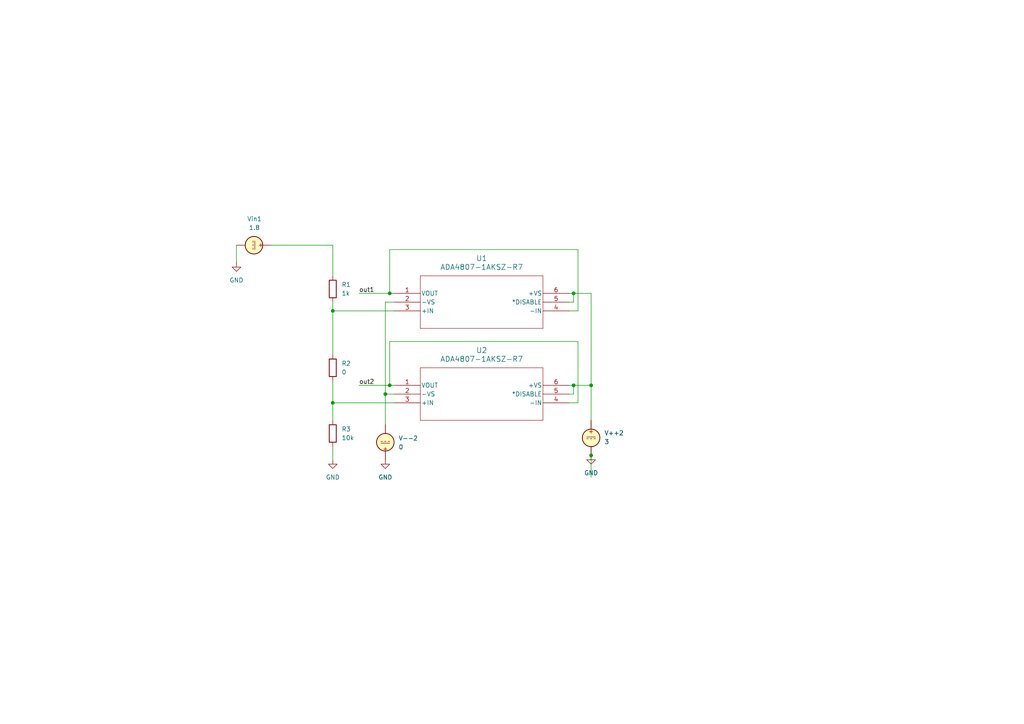
<source format=kicad_sch>
(kicad_sch (version 20231120) (generator "eeschema") (generator_version "8.0")
  (paper "A4")
  (lib_symbols
    (symbol "Device:R" (pin_numbers hide) (pin_names (offset 0))
      (property "Reference" "R" (at 2.032 0 90))
      (property "Value" "R" (at 0 0 90))
      (symbol "R_0_1"
        (rectangle (start -1.016 -2.54) (end 1.016 2.54) (stroke (width 0.254)))
      )
      (symbol "R_1_1"
        (pin passive line (at 0 3.81 270) (length 1.27) (name "~") (number "1"))
        (pin passive line (at 0 -3.81 90) (length 1.27) (name "~") (number "2"))
      )
    )
    (symbol "Opamp:ADA4807-1AKSZ-R7" (pin_names (offset 0.254))
      (property "Reference" "U" (at 25.4 10.16 0))
      (property "Value" "ADA4807-1AKSZ-R7" (at 25.4 7.62 0))
      (symbol "ADA4807-1AKSZ-R7_0_1"
        (polyline (pts (xy 7.62 -10.16) (xy 43.18 -10.16)) (stroke (width 0.127)))
        (polyline (pts (xy 7.62 5.08) (xy 7.62 -10.16)) (stroke (width 0.127)))
        (polyline (pts (xy 43.18 -10.16) (xy 43.18 5.08)) (stroke (width 0.127)))
        (polyline (pts (xy 43.18 5.08) (xy 7.62 5.08)) (stroke (width 0.127)))
        (pin power_in line (at 0 0 0) (length 7.62) (name "VOUT") (number "1"))
        (pin power_in line (at 0 -2.54 0) (length 7.62) (name "-VS") (number "2"))
        (pin input line (at 0 -5.08 0) (length 7.62) (name "+IN") (number "3"))
        (pin input line (at 50.8 -5.08 180) (length 7.62) (name "-IN") (number "4"))
        (pin unspecified line (at 50.8 -2.54 180) (length 7.62) (name "*DISABLE") (number "5"))
        (pin power_in line (at 50.8 0 180) (length 7.62) (name "+VS") (number "6"))
      )
    )
    (symbol "Simulation_SPICE:VDC" (pin_numbers hide) (pin_names (offset 0.0254))
      (property "Reference" "V" (at 2.54 2.54 0))
      (property "Value" "1" (at 2.54 0 0))
      (symbol "VDC_0_0"
        (polyline (pts (xy -1.27 0.254) (xy 1.27 0.254)))
        (polyline (pts (xy -0.762 -0.254) (xy -1.27 -0.254)))
        (polyline (pts (xy 0.254 -0.254) (xy -0.254 -0.254)))
        (polyline (pts (xy 1.27 -0.254) (xy 0.762 -0.254)))
        (text "+" (at 0 1.905 0) (effects (font (size 1.27 1.27))))
      )
      (symbol "VDC_0_1"
        (circle (center 0 0) (radius 2.54) (stroke (width 0.254)) (fill (type background)))
      )
      (symbol "VDC_1_1"
        (pin passive line (at 0 5.08 270) (length 2.54) (name "~") (number "1"))
        (pin passive line (at 0 -5.08 90) (length 2.54) (name "~") (number "2"))
      )
    )
    (symbol "power:GND" (power) (pin_numbers hide) (pin_names (offset 0) hide)
      (property "Value" "GND" (at 0 -3.81 0))
      (symbol "GND_0_1"
        (polyline (pts (xy 0 0) (xy 0 -1.27) (xy 1.27 -1.27) (xy 0 -2.54) (xy -1.27 -1.27) (xy 0 -1.27)))
      )
      (symbol "GND_1_1"
        (pin power_in line (at 0 0 270) (length 0) (name "~") (number "1"))
      )
    )
  )
  (junction (at 96.52 90.17))
  (junction (at 113.03 85.09))
  (junction (at 166.37 111.76))
  (junction (at 113.03 111.76))
  (junction (at 171.45 111.76))
  (junction (at 171.45 132.08))
  (junction (at 166.37 85.09))
  (junction (at 111.76 114.3))
  (junction (at 96.52 116.84))
  (wire (pts (xy 111.76 114.3) (xy 114.3 114.3)))
  (wire (pts (xy 166.37 111.76) (xy 166.37 114.3)))
  (wire (pts (xy 96.52 129.54) (xy 96.52 133.35)))
  (wire (pts (xy 165.1 85.09) (xy 166.37 85.09)))
  (wire (pts (xy 96.52 71.12) (xy 96.52 80.01)))
  (wire (pts (xy 167.64 72.39) (xy 113.03 72.39)))
  (wire (pts (xy 166.37 111.76) (xy 171.45 111.76)))
  (wire (pts (xy 167.64 90.17) (xy 167.64 72.39)))
  (wire (pts (xy 96.52 71.12) (xy 78.74 71.12)))
  (wire (pts (xy 111.76 87.63) (xy 114.3 87.63)))
  (wire (pts (xy 165.1 114.3) (xy 166.37 114.3)))
  (wire (pts (xy 96.52 90.17) (xy 96.52 102.87)))
  (wire (pts (xy 167.64 116.84) (xy 167.64 99.06)))
  (wire (pts (xy 96.52 110.49) (xy 96.52 116.84)))
  (wire (pts (xy 171.45 85.09) (xy 171.45 111.76)))
  (wire (pts (xy 104.14 111.76) (xy 113.03 111.76)))
  (wire (pts (xy 166.37 85.09) (xy 166.37 87.63)))
  (wire (pts (xy 68.58 71.12) (xy 68.58 76.2)))
  (wire (pts (xy 104.14 85.09) (xy 113.03 85.09)))
  (wire (pts (xy 166.37 85.09) (xy 171.45 85.09)))
  (wire (pts (xy 96.52 87.63) (xy 96.52 90.17)))
  (wire (pts (xy 165.1 87.63) (xy 166.37 87.63)))
  (wire (pts (xy 111.76 114.3) (xy 111.76 123.19)))
  (wire (pts (xy 171.45 132.08) (xy 171.45 138.43)))
  (wire (pts (xy 113.03 72.39) (xy 113.03 85.09)))
  (wire (pts (xy 165.1 116.84) (xy 167.64 116.84)))
  (wire (pts (xy 113.03 99.06) (xy 113.03 111.76)))
  (wire (pts (xy 113.03 111.76) (xy 114.3 111.76)))
  (wire (pts (xy 111.76 87.63) (xy 111.76 114.3)))
  (wire (pts (xy 113.03 85.09) (xy 114.3 85.09)))
  (wire (pts (xy 96.52 90.17) (xy 114.3 90.17)))
  (wire (pts (xy 165.1 90.17) (xy 167.64 90.17)))
  (wire (pts (xy 167.64 99.06) (xy 113.03 99.06)))
  (wire (pts (xy 96.52 116.84) (xy 114.3 116.84)))
  (wire (pts (xy 165.1 111.76) (xy 166.37 111.76)))
  (wire (pts (xy 96.52 116.84) (xy 96.52 121.92)))
  (wire (pts (xy 171.45 111.76) (xy 171.45 121.92)))
  (label "out1" (at 104.14 85.09 0))
  (label "out2" (at 104.14 111.76 0))
  (symbol (lib_id "power:GND") (at 68.58 76.2 0) (unit 1)
    (property "Reference" "#PWR01" (effects (hide yes)))
    (property "Value" "GND" (at 68.58 81.28 0))
    (property "Description" "Power symbol creates a global label with name \"GND\" , ground" (effects (hide yes)))
  )
  (symbol (lib_id "power:GND") (at 171.45 132.08 0) (unit 1)
    (property "Reference" "#PWR07" (effects (hide yes)))
    (property "Value" "GND" (at 171.45 137.16 0))
    (property "Description" "Power symbol creates a global label with name \"GND\" , ground" (effects (hide yes)))
  )
  (symbol (lib_id "Device:R") (at 96.52 83.82 0) (unit 1)
    (property "Reference" "R1" (at 99.06 82.5499 0) (effects (justify left)))
    (property "Value" "1k" (at 99.06 85.0899 0) (effects (justify left)))
    (property "Description" "Resistor" (effects (hide yes)))
  )
  (symbol (lib_id "Device:R") (at 96.52 125.73 0) (unit 1)
    (property "Reference" "R3" (at 99.06 124.4599 0) (effects (justify left)))
    (property "Value" "10k" (at 99.06 126.9999 0) (effects (justify left)))
    (property "Description" "Resistor" (effects (hide yes)))
  )
  (symbol (lib_id "power:GND") (at 96.52 133.35 0) (unit 1)
    (property "Reference" "#PWR05" (effects (hide yes)))
    (property "Value" "GND" (at 96.52 138.43 0))
    (property "Description" "Power symbol creates a global label with name \"GND\" , ground" (effects (hide yes)))
  )
  (symbol (lib_id "Device:R") (at 96.52 106.68 0) (unit 1)
    (property "Reference" "R2" (at 99.06 105.4099 0) (effects (justify left)))
    (property "Value" "0" (at 99.06 107.9499 0) (effects (justify left)))
    (property "Description" "Resistor" (effects (hide yes)))
  )
  (symbol (lib_id "Opamp:ADA4807-1AKSZ-R7") (at 114.3 111.76 0) (unit 1)
    (property "Reference" "U2" (at 139.7 101.6 0) (effects (font (size 1.524 1.524))))
    (property "Value" "ADA4807-1AKSZ-R7" (at 139.7 104.14 0) (effects (font (size 1.524 1.524))))
    (property "Footprint" "KS-6_ADI" (effects (hide yes)))
    (property "Datasheet" "ADA4807-1AKSZ-R7" (effects (hide yes)))
    (property "Sim.Library" "/home/maxwell/github-repos/sp-24-EE628/6_Test/2_PCB/test_board_1/TestBoardEDA/models/ADA4807.cir" (effects (hide yes)))
    (property "Sim.Name" "ADA4807" (effects (hide yes)))
    (property "Sim.Device" "SUBCKT" (effects (hide yes)))
    (property "Sim.Pins" "1=104 2=103 3=100 4=101 5=106 6=102" (effects (hide yes)))
  )
  (symbol (lib_id "Simulation_SPICE:VDC") (at 73.66 71.12 270) (unit 1)
    (property "Reference" "Vin1" (at 73.7898 63.5 90))
    (property "Value" "1.8" (at 73.7898 66.04 90))
    (property "Datasheet" "https://ngspice.sourceforge.io/docs/ngspice-html-manual/manual.xhtml#sec_Independent_Sources_for" (effects (hide yes)))
    (property "Description" "Voltage source, DC" (effects (hide yes)))
    (property "Sim.Pins" "1=+ 2=-" (effects (hide yes)))
    (property "Sim.Type" "DC" (effects (hide yes)))
    (property "Sim.Device" "V" (effects (hide yes)))
  )
  (symbol (lib_id "Simulation_SPICE:VDC") (at 111.76 128.27 180) (unit 1)
    (property "Reference" "V--2" (at 115.57 127.1297 0) (effects (justify right)))
    (property "Value" "0" (at 115.57 129.6697 0) (effects (justify right)))
    (property "Datasheet" "https://ngspice.sourceforge.io/docs/ngspice-html-manual/manual.xhtml#sec_Independent_Sources_for" (effects (hide yes)))
    (property "Description" "Voltage source, DC" (effects (hide yes)))
    (property "Sim.Pins" "1=+ 2=-" (effects (hide yes)))
    (property "Sim.Type" "DC" (effects (hide yes)))
    (property "Sim.Device" "V" (effects (hide yes)))
  )
  (symbol (lib_id "Opamp:ADA4807-1AKSZ-R7") (at 114.3 85.09 0) (unit 1)
    (property "Reference" "U1" (at 139.7 74.93 0) (effects (font (size 1.524 1.524))))
    (property "Value" "ADA4807-1AKSZ-R7" (at 139.7 77.47 0) (effects (font (size 1.524 1.524))))
    (property "Footprint" "KS-6_ADI" (effects (hide yes)))
    (property "Datasheet" "ADA4807-1AKSZ-R7" (effects (hide yes)))
    (property "Sim.Library" "/home/maxwell/github-repos/sp-24-EE628/6_Test/2_PCB/test_board_1/TestBoardEDA/models/ADA4807.cir" (effects (hide yes)))
    (property "Sim.Name" "ADA4807" (effects (hide yes)))
    (property "Sim.Device" "SUBCKT" (effects (hide yes)))
    (property "Sim.Pins" "1=104 2=103 3=100 4=101 5=106 6=102" (effects (hide yes)))
  )
  (symbol (lib_id "Simulation_SPICE:VDC") (at 171.45 127 0) (unit 1)
    (property "Reference" "V++2" (at 175.26 125.6001 0) (effects (justify left)))
    (property "Value" "3" (at 175.26 128.1401 0) (effects (justify left)))
    (property "Datasheet" "https://ngspice.sourceforge.io/docs/ngspice-html-manual/manual.xhtml#sec_Independent_Sources_for" (effects (hide yes)))
    (property "Description" "Voltage source, DC" (effects (hide yes)))
    (property "Sim.Pins" "1=+ 2=-" (effects (hide yes)))
    (property "Sim.Type" "DC" (effects (hide yes)))
    (property "Sim.Device" "V" (effects (hide yes)))
  )
  (symbol (lib_id "power:GND") (at 111.76 133.35 0) (unit 1)
    (property "Reference" "#PWR06" (effects (hide yes)))
    (property "Value" "GND" (at 111.76 138.43 0))
    (property "Description" "Power symbol creates a global label with name \"GND\" , ground" (effects (hide yes)))
  )
)
</source>
